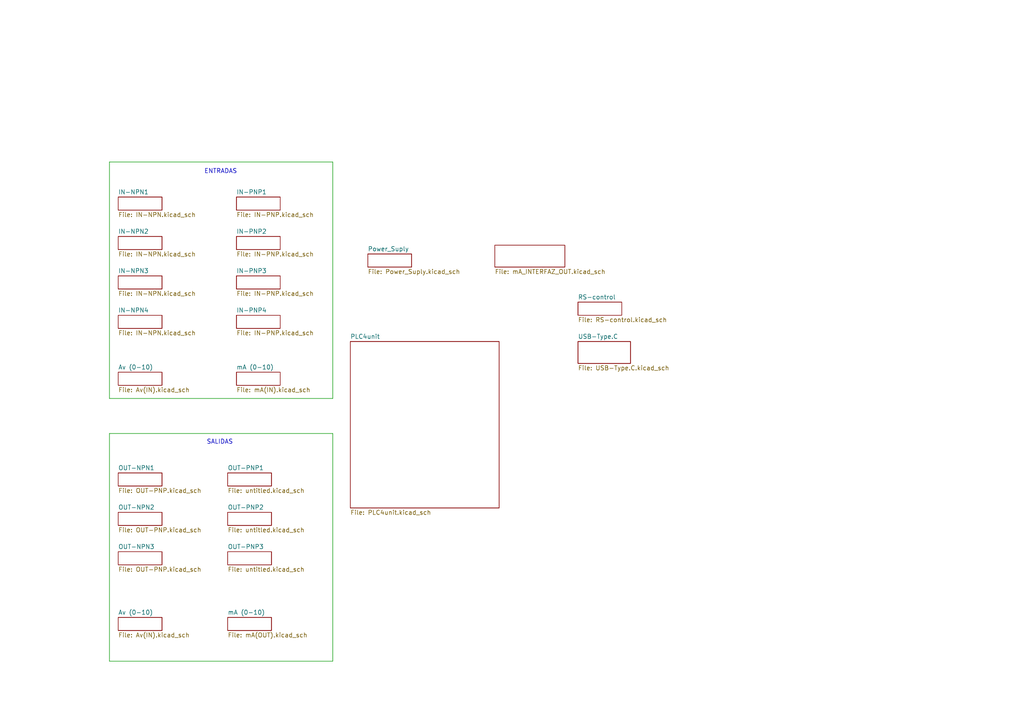
<source format=kicad_sch>
(kicad_sch
	(version 20250114)
	(generator "eeschema")
	(generator_version "9.0")
	(uuid "51ba3ded-ff5f-4081-8ec7-5485260143c5")
	(paper "A4")
	(lib_symbols)
	(text "SALIDAS"
		(exclude_from_sim no)
		(at 63.754 128.27 0)
		(effects
			(font
				(size 1.27 1.27)
			)
		)
		(uuid "21c3b9ea-8ee8-408e-b40e-bb6c5a6fceba")
	)
	(text "ENTRADAS"
		(exclude_from_sim no)
		(at 64.008 49.784 0)
		(effects
			(font
				(size 1.27 1.27)
			)
		)
		(uuid "459705ce-d02a-4ed4-8900-cd04e4adaab3")
	)
	(wire
		(pts
			(xy 96.52 191.77) (xy 96.52 125.73)
		)
		(stroke
			(width 0)
			(type default)
		)
		(uuid "0542d960-5476-4399-9bbc-ff20e2e873e9")
	)
	(wire
		(pts
			(xy 96.52 125.73) (xy 31.75 125.73)
		)
		(stroke
			(width 0)
			(type default)
		)
		(uuid "0eced3c1-e33a-4b9f-9599-84168dca8ddd")
	)
	(wire
		(pts
			(xy 31.75 125.73) (xy 31.75 191.77)
		)
		(stroke
			(width 0)
			(type default)
		)
		(uuid "56adfa93-5a87-4fa2-9f1b-f8e26b6f1b5d")
	)
	(wire
		(pts
			(xy 96.52 46.99) (xy 31.75 46.99)
		)
		(stroke
			(width 0)
			(type default)
		)
		(uuid "806e26c4-eab8-4593-9b21-1be552bbe491")
	)
	(wire
		(pts
			(xy 31.75 191.77) (xy 96.52 191.77)
		)
		(stroke
			(width 0)
			(type default)
		)
		(uuid "85138d81-8e01-4c47-b339-0c0f7baf7161")
	)
	(wire
		(pts
			(xy 31.75 115.57) (xy 96.52 115.57)
		)
		(stroke
			(width 0)
			(type default)
		)
		(uuid "96acd59b-c490-46f8-b491-9a352aaf5ec9")
	)
	(wire
		(pts
			(xy 96.52 115.57) (xy 96.52 46.99)
		)
		(stroke
			(width 0)
			(type default)
		)
		(uuid "a075a705-0b51-42f2-b7be-2efa9e853fd7")
	)
	(wire
		(pts
			(xy 31.75 46.99) (xy 31.75 115.57)
		)
		(stroke
			(width 0)
			(type default)
		)
		(uuid "dacf2d12-64a0-4a0a-8bc6-dd2ce3e134eb")
	)
	(sheet
		(at 68.58 68.58)
		(size 12.7 3.81)
		(exclude_from_sim no)
		(in_bom yes)
		(on_board yes)
		(dnp no)
		(fields_autoplaced yes)
		(stroke
			(width 0.1524)
			(type solid)
		)
		(fill
			(color 0 0 0 0.0000)
		)
		(uuid "072cf9b3-3c99-4936-8373-828e7d461e26")
		(property "Sheetname" "IN-PNP2"
			(at 68.58 67.8684 0)
			(effects
				(font
					(size 1.27 1.27)
				)
				(justify left bottom)
			)
		)
		(property "Sheetfile" "IN-PNP.kicad_sch"
			(at 68.58 72.9746 0)
			(effects
				(font
					(size 1.27 1.27)
				)
				(justify left top)
			)
		)
		(instances
			(project "(PLC4uni)"
				(path "/51ba3ded-ff5f-4081-8ec7-5485260143c5"
					(page "12")
				)
			)
		)
	)
	(sheet
		(at 167.64 99.06)
		(size 15.24 6.35)
		(exclude_from_sim no)
		(in_bom yes)
		(on_board yes)
		(dnp no)
		(fields_autoplaced yes)
		(stroke
			(width 0.1524)
			(type solid)
		)
		(fill
			(color 0 0 0 0.0000)
		)
		(uuid "07c18528-0a2a-4c64-8b11-af98c420cd9a")
		(property "Sheetname" "USB-Type.C"
			(at 167.64 98.3484 0)
			(effects
				(font
					(size 1.27 1.27)
				)
				(justify left bottom)
			)
		)
		(property "Sheetfile" "USB-Type.C.kicad_sch"
			(at 167.64 105.9946 0)
			(effects
				(font
					(size 1.27 1.27)
				)
				(justify left top)
			)
		)
		(instances
			(project "(PLC4uni)"
				(path "/51ba3ded-ff5f-4081-8ec7-5485260143c5"
					(page "4")
				)
			)
		)
	)
	(sheet
		(at 34.29 57.15)
		(size 12.7 3.81)
		(exclude_from_sim no)
		(in_bom yes)
		(on_board yes)
		(dnp no)
		(fields_autoplaced yes)
		(stroke
			(width 0.1524)
			(type solid)
		)
		(fill
			(color 0 0 0 0.0000)
		)
		(uuid "12b5e70a-e84c-4d33-b7ad-6371d6c9af8e")
		(property "Sheetname" "IN-NPN1"
			(at 34.29 56.4384 0)
			(effects
				(font
					(size 1.27 1.27)
				)
				(justify left bottom)
			)
		)
		(property "Sheetfile" "IN-NPN.kicad_sch"
			(at 34.29 61.5446 0)
			(effects
				(font
					(size 1.27 1.27)
				)
				(justify left top)
			)
		)
		(instances
			(project "(PLC4uni)"
				(path "/51ba3ded-ff5f-4081-8ec7-5485260143c5"
					(page "8")
				)
			)
		)
	)
	(sheet
		(at 167.64 87.63)
		(size 12.7 3.81)
		(exclude_from_sim no)
		(in_bom yes)
		(on_board yes)
		(dnp no)
		(fields_autoplaced yes)
		(stroke
			(width 0.1524)
			(type solid)
		)
		(fill
			(color 0 0 0 0.0000)
		)
		(uuid "28765f22-50c6-4d1f-a240-716917c80e9d")
		(property "Sheetname" "RS-control"
			(at 167.64 86.9184 0)
			(effects
				(font
					(size 1.27 1.27)
				)
				(justify left bottom)
			)
		)
		(property "Sheetfile" "RS-control.kicad_sch"
			(at 167.64 92.0246 0)
			(effects
				(font
					(size 1.27 1.27)
				)
				(justify left top)
			)
		)
		(instances
			(project "(PLC4uni)"
				(path "/51ba3ded-ff5f-4081-8ec7-5485260143c5"
					(page "5")
				)
			)
		)
	)
	(sheet
		(at 34.29 179.07)
		(size 12.7 3.81)
		(exclude_from_sim no)
		(in_bom yes)
		(on_board yes)
		(dnp no)
		(fields_autoplaced yes)
		(stroke
			(width 0.1524)
			(type solid)
		)
		(fill
			(color 0 0 0 0.0000)
		)
		(uuid "2a2f8680-bcd1-449d-9473-274db87076f5")
		(property "Sheetname" "Av (0-10)"
			(at 34.29 178.3584 0)
			(effects
				(font
					(size 1.27 1.27)
				)
				(justify left bottom)
			)
		)
		(property "Sheetfile" "Av(IN).kicad_sch"
			(at 34.29 183.4646 0)
			(effects
				(font
					(size 1.27 1.27)
				)
				(justify left top)
			)
		)
		(property "Field2" ""
			(at 34.29 179.07 0)
			(effects
				(font
					(size 1.27 1.27)
				)
			)
		)
		(instances
			(project "(PLC4uni)"
				(path "/51ba3ded-ff5f-4081-8ec7-5485260143c5"
					(page "22")
				)
			)
		)
	)
	(sheet
		(at 34.29 148.59)
		(size 12.7 3.81)
		(exclude_from_sim no)
		(in_bom yes)
		(on_board yes)
		(dnp no)
		(fields_autoplaced yes)
		(stroke
			(width 0.1524)
			(type solid)
		)
		(fill
			(color 0 0 0 0.0000)
		)
		(uuid "352107a3-788a-4395-b139-f09d6669172e")
		(property "Sheetname" "OUT-NPN2"
			(at 34.29 147.8784 0)
			(effects
				(font
					(size 1.27 1.27)
				)
				(justify left bottom)
			)
		)
		(property "Sheetfile" "OUT-PNP.kicad_sch"
			(at 34.29 152.9846 0)
			(effects
				(font
					(size 1.27 1.27)
				)
				(justify left top)
			)
		)
		(instances
			(project "(PLC4uni)"
				(path "/51ba3ded-ff5f-4081-8ec7-5485260143c5"
					(page "16")
				)
			)
		)
	)
	(sheet
		(at 68.58 80.01)
		(size 12.7 3.81)
		(exclude_from_sim no)
		(in_bom yes)
		(on_board yes)
		(dnp no)
		(fields_autoplaced yes)
		(stroke
			(width 0.1524)
			(type solid)
		)
		(fill
			(color 0 0 0 0.0000)
		)
		(uuid "4653de65-72ec-43ef-8c8a-73d3eb3110da")
		(property "Sheetname" "IN-PNP3"
			(at 68.58 79.2984 0)
			(effects
				(font
					(size 1.27 1.27)
				)
				(justify left bottom)
			)
		)
		(property "Sheetfile" "IN-PNP.kicad_sch"
			(at 68.58 84.4046 0)
			(effects
				(font
					(size 1.27 1.27)
				)
				(justify left top)
			)
		)
		(instances
			(project "(PLC4uni)"
				(path "/51ba3ded-ff5f-4081-8ec7-5485260143c5"
					(page "13")
				)
			)
		)
	)
	(sheet
		(at 143.51 71.12)
		(size 20.32 6.35)
		(exclude_from_sim no)
		(in_bom yes)
		(on_board yes)
		(dnp no)
		(fields_autoplaced yes)
		(stroke
			(width 0.1524)
			(type solid)
		)
		(fill
			(color 0 0 0 0.0000)
		)
		(uuid "5e4ad07c-7649-4e12-b9f1-7da171d9ca99")
		(property "Sheetname" "mA_INTERFAZ_OUT"
			(at 143.51 70.4084 0)
			(show_name yes)
			(effects
				(font
					(size 1.27 1.27)
				)
				(justify left bottom)
				(hide yes)
			)
		)
		(property "Sheetfile" "mA_INTERFAZ_OUT.kicad_sch"
			(at 143.51 78.0546 0)
			(effects
				(font
					(size 1.27 1.27)
				)
				(justify left top)
			)
		)
		(instances
			(project "(PLC4uni)"
				(path "/51ba3ded-ff5f-4081-8ec7-5485260143c5"
					(page "6")
				)
			)
		)
	)
	(sheet
		(at 68.58 107.95)
		(size 12.7 3.81)
		(exclude_from_sim no)
		(in_bom yes)
		(on_board yes)
		(dnp no)
		(fields_autoplaced yes)
		(stroke
			(width 0.1524)
			(type solid)
		)
		(fill
			(color 0 0 0 0.0000)
		)
		(uuid "62160837-0820-4334-a93c-28dc1f9b030c")
		(property "Sheetname" "mA (0-10)"
			(at 68.58 107.2384 0)
			(effects
				(font
					(size 1.27 1.27)
				)
				(justify left bottom)
			)
		)
		(property "Sheetfile" "mA(IN).kicad_sch"
			(at 68.58 112.3446 0)
			(effects
				(font
					(size 1.27 1.27)
				)
				(justify left top)
			)
		)
		(instances
			(project "(PLC4uni)"
				(path "/51ba3ded-ff5f-4081-8ec7-5485260143c5"
					(page "23")
				)
			)
		)
	)
	(sheet
		(at 66.04 137.16)
		(size 12.7 3.81)
		(exclude_from_sim no)
		(in_bom yes)
		(on_board yes)
		(dnp no)
		(fields_autoplaced yes)
		(stroke
			(width 0.1524)
			(type solid)
		)
		(fill
			(color 0 0 0 0.0000)
		)
		(uuid "7f3e7778-4f7a-4324-82a9-b8c56978d2c1")
		(property "Sheetname" "OUT-PNP1"
			(at 66.04 136.4484 0)
			(effects
				(font
					(size 1.27 1.27)
				)
				(justify left bottom)
			)
		)
		(property "Sheetfile" "untitled.kicad_sch"
			(at 66.04 141.5546 0)
			(effects
				(font
					(size 1.27 1.27)
				)
				(justify left top)
			)
		)
		(instances
			(project "(PLC4uni)"
				(path "/51ba3ded-ff5f-4081-8ec7-5485260143c5"
					(page "19")
				)
			)
		)
	)
	(sheet
		(at 34.29 91.44)
		(size 12.7 3.81)
		(exclude_from_sim no)
		(in_bom yes)
		(on_board yes)
		(dnp no)
		(fields_autoplaced yes)
		(stroke
			(width 0.1524)
			(type solid)
		)
		(fill
			(color 0 0 0 0.0000)
		)
		(uuid "85180c12-5991-48a4-a292-d798f0135db7")
		(property "Sheetname" "IN-NPN4"
			(at 34.29 90.7284 0)
			(effects
				(font
					(size 1.27 1.27)
				)
				(justify left bottom)
			)
		)
		(property "Sheetfile" "IN-NPN.kicad_sch"
			(at 34.29 95.8346 0)
			(effects
				(font
					(size 1.27 1.27)
				)
				(justify left top)
			)
		)
		(instances
			(project "(PLC4uni)"
				(path "/51ba3ded-ff5f-4081-8ec7-5485260143c5"
					(page "10")
				)
			)
		)
	)
	(sheet
		(at 68.58 57.15)
		(size 12.7 3.81)
		(exclude_from_sim no)
		(in_bom yes)
		(on_board yes)
		(dnp no)
		(fields_autoplaced yes)
		(stroke
			(width 0.1524)
			(type solid)
		)
		(fill
			(color 0 0 0 0.0000)
		)
		(uuid "8bc39bbd-03e0-4e20-bf8d-0464c3d4f341")
		(property "Sheetname" "IN-PNP1"
			(at 68.58 56.4384 0)
			(effects
				(font
					(size 1.27 1.27)
				)
				(justify left bottom)
			)
		)
		(property "Sheetfile" "IN-PNP.kicad_sch"
			(at 68.58 61.5446 0)
			(effects
				(font
					(size 1.27 1.27)
				)
				(justify left top)
			)
		)
		(instances
			(project "(PLC4uni)"
				(path "/51ba3ded-ff5f-4081-8ec7-5485260143c5"
					(page "11")
				)
			)
		)
	)
	(sheet
		(at 34.29 107.95)
		(size 12.7 3.81)
		(exclude_from_sim no)
		(in_bom yes)
		(on_board yes)
		(dnp no)
		(fields_autoplaced yes)
		(stroke
			(width 0.1524)
			(type solid)
		)
		(fill
			(color 0 0 0 0.0000)
		)
		(uuid "901f14ff-007b-4496-b456-fb07dd7c1be1")
		(property "Sheetname" "Av (0-10)"
			(at 34.29 107.2384 0)
			(effects
				(font
					(size 1.27 1.27)
				)
				(justify left bottom)
			)
		)
		(property "Sheetfile" "Av(IN).kicad_sch"
			(at 34.29 112.3446 0)
			(effects
				(font
					(size 1.27 1.27)
				)
				(justify left top)
			)
		)
		(instances
			(project "(PLC4uni)"
				(path "/51ba3ded-ff5f-4081-8ec7-5485260143c5"
					(page "18")
				)
			)
		)
	)
	(sheet
		(at 34.29 160.02)
		(size 12.7 3.81)
		(exclude_from_sim no)
		(in_bom yes)
		(on_board yes)
		(dnp no)
		(fields_autoplaced yes)
		(stroke
			(width 0.1524)
			(type solid)
		)
		(fill
			(color 0 0 0 0.0000)
		)
		(uuid "93855c8e-5fb5-4d89-8fbc-64b40cf91093")
		(property "Sheetname" "OUT-NPN3"
			(at 34.29 159.3084 0)
			(effects
				(font
					(size 1.27 1.27)
				)
				(justify left bottom)
			)
		)
		(property "Sheetfile" "OUT-PNP.kicad_sch"
			(at 34.29 164.4146 0)
			(effects
				(font
					(size 1.27 1.27)
				)
				(justify left top)
			)
		)
		(instances
			(project "(PLC4uni)"
				(path "/51ba3ded-ff5f-4081-8ec7-5485260143c5"
					(page "17")
				)
			)
		)
	)
	(sheet
		(at 34.29 137.16)
		(size 12.7 3.81)
		(exclude_from_sim no)
		(in_bom yes)
		(on_board yes)
		(dnp no)
		(fields_autoplaced yes)
		(stroke
			(width 0.1524)
			(type solid)
		)
		(fill
			(color 0 0 0 0.0000)
		)
		(uuid "9bd297c5-c44e-47f2-a9e6-8fa60a8f7833")
		(property "Sheetname" "OUT-NPN1"
			(at 34.29 136.4484 0)
			(effects
				(font
					(size 1.27 1.27)
				)
				(justify left bottom)
			)
		)
		(property "Sheetfile" "OUT-PNP.kicad_sch"
			(at 34.29 141.5546 0)
			(effects
				(font
					(size 1.27 1.27)
				)
				(justify left top)
			)
		)
		(instances
			(project "(PLC4uni)"
				(path "/51ba3ded-ff5f-4081-8ec7-5485260143c5"
					(page "15")
				)
			)
		)
	)
	(sheet
		(at 34.29 68.58)
		(size 12.7 3.81)
		(exclude_from_sim no)
		(in_bom yes)
		(on_board yes)
		(dnp no)
		(fields_autoplaced yes)
		(stroke
			(width 0.1524)
			(type solid)
		)
		(fill
			(color 0 0 0 0.0000)
		)
		(uuid "ace302a1-0a38-4ccb-8da9-8e3d6f13b1c4")
		(property "Sheetname" "IN-NPN2"
			(at 34.29 67.8684 0)
			(effects
				(font
					(size 1.27 1.27)
				)
				(justify left bottom)
			)
		)
		(property "Sheetfile" "IN-NPN.kicad_sch"
			(at 34.29 72.9746 0)
			(effects
				(font
					(size 1.27 1.27)
				)
				(justify left top)
			)
		)
		(instances
			(project "(PLC4uni)"
				(path "/51ba3ded-ff5f-4081-8ec7-5485260143c5"
					(page "7")
				)
			)
		)
	)
	(sheet
		(at 101.6 99.06)
		(size 43.18 48.26)
		(exclude_from_sim no)
		(in_bom yes)
		(on_board yes)
		(dnp no)
		(fields_autoplaced yes)
		(stroke
			(width 0.1524)
			(type solid)
		)
		(fill
			(color 0 0 0 0.0000)
		)
		(uuid "ad10cb54-e769-4b9f-be4c-3c69cda01218")
		(property "Sheetname" "PLC4unit"
			(at 101.6 98.3484 0)
			(effects
				(font
					(size 1.27 1.27)
				)
				(justify left bottom)
			)
		)
		(property "Sheetfile" "PLC4unit.kicad_sch"
			(at 101.6 147.9046 0)
			(effects
				(font
					(size 1.27 1.27)
				)
				(justify left top)
			)
		)
		(instances
			(project "(PLC4uni)"
				(path "/51ba3ded-ff5f-4081-8ec7-5485260143c5"
					(page "2")
				)
			)
		)
	)
	(sheet
		(at 66.04 148.59)
		(size 12.7 3.81)
		(exclude_from_sim no)
		(in_bom yes)
		(on_board yes)
		(dnp no)
		(fields_autoplaced yes)
		(stroke
			(width 0.1524)
			(type solid)
		)
		(fill
			(color 0 0 0 0.0000)
		)
		(uuid "b35304c7-7e91-4d10-a32e-ff6f197a8bf8")
		(property "Sheetname" "OUT-PNP2"
			(at 66.04 147.8784 0)
			(effects
				(font
					(size 1.27 1.27)
				)
				(justify left bottom)
			)
		)
		(property "Sheetfile" "untitled.kicad_sch"
			(at 66.04 152.9846 0)
			(effects
				(font
					(size 1.27 1.27)
				)
				(justify left top)
			)
		)
		(instances
			(project "(PLC4uni)"
				(path "/51ba3ded-ff5f-4081-8ec7-5485260143c5"
					(page "20")
				)
			)
		)
	)
	(sheet
		(at 68.58 91.44)
		(size 12.7 3.81)
		(exclude_from_sim no)
		(in_bom yes)
		(on_board yes)
		(dnp no)
		(fields_autoplaced yes)
		(stroke
			(width 0.1524)
			(type solid)
		)
		(fill
			(color 0 0 0 0.0000)
		)
		(uuid "d1978866-fc85-40e5-a58a-945be467e0ad")
		(property "Sheetname" "IN-PNP4"
			(at 68.58 90.7284 0)
			(effects
				(font
					(size 1.27 1.27)
				)
				(justify left bottom)
			)
		)
		(property "Sheetfile" "IN-PNP.kicad_sch"
			(at 68.58 95.8346 0)
			(effects
				(font
					(size 1.27 1.27)
				)
				(justify left top)
			)
		)
		(instances
			(project "(PLC4uni)"
				(path "/51ba3ded-ff5f-4081-8ec7-5485260143c5"
					(page "14")
				)
			)
		)
	)
	(sheet
		(at 34.29 80.01)
		(size 12.7 3.81)
		(exclude_from_sim no)
		(in_bom yes)
		(on_board yes)
		(dnp no)
		(fields_autoplaced yes)
		(stroke
			(width 0.1524)
			(type solid)
		)
		(fill
			(color 0 0 0 0.0000)
		)
		(uuid "e48f9344-61d3-4d1b-9c12-aa6ad54a715f")
		(property "Sheetname" "IN-NPN3"
			(at 34.29 79.2984 0)
			(effects
				(font
					(size 1.27 1.27)
				)
				(justify left bottom)
			)
		)
		(property "Sheetfile" "IN-NPN.kicad_sch"
			(at 34.29 84.4046 0)
			(effects
				(font
					(size 1.27 1.27)
				)
				(justify left top)
			)
		)
		(instances
			(project "(PLC4uni)"
				(path "/51ba3ded-ff5f-4081-8ec7-5485260143c5"
					(page "9")
				)
			)
		)
	)
	(sheet
		(at 66.04 160.02)
		(size 12.7 3.81)
		(exclude_from_sim no)
		(in_bom yes)
		(on_board yes)
		(dnp no)
		(fields_autoplaced yes)
		(stroke
			(width 0.1524)
			(type solid)
		)
		(fill
			(color 0 0 0 0.0000)
		)
		(uuid "e8cd44f4-f510-48f3-b9f9-eab7082c1ac8")
		(property "Sheetname" "OUT-PNP3"
			(at 66.04 159.3084 0)
			(effects
				(font
					(size 1.27 1.27)
				)
				(justify left bottom)
			)
		)
		(property "Sheetfile" "untitled.kicad_sch"
			(at 66.04 164.4146 0)
			(effects
				(font
					(size 1.27 1.27)
				)
				(justify left top)
			)
		)
		(instances
			(project "(PLC4uni)"
				(path "/51ba3ded-ff5f-4081-8ec7-5485260143c5"
					(page "21")
				)
			)
		)
	)
	(sheet
		(at 106.68 73.66)
		(size 12.7 3.81)
		(exclude_from_sim no)
		(in_bom yes)
		(on_board yes)
		(dnp no)
		(fields_autoplaced yes)
		(stroke
			(width 0.1524)
			(type solid)
		)
		(fill
			(color 0 0 0 0.0000)
		)
		(uuid "e9795cee-b463-4eec-991c-412eab39f1f9")
		(property "Sheetname" "Power_Suply"
			(at 106.68 72.9484 0)
			(effects
				(font
					(size 1.27 1.27)
				)
				(justify left bottom)
			)
		)
		(property "Sheetfile" "Power_Suply.kicad_sch"
			(at 106.68 78.0546 0)
			(effects
				(font
					(size 1.27 1.27)
				)
				(justify left top)
			)
		)
		(instances
			(project "(PLC4uni)"
				(path "/51ba3ded-ff5f-4081-8ec7-5485260143c5"
					(page "3")
				)
			)
		)
	)
	(sheet
		(at 66.04 179.07)
		(size 12.7 3.81)
		(exclude_from_sim no)
		(in_bom yes)
		(on_board yes)
		(dnp no)
		(fields_autoplaced yes)
		(stroke
			(width 0.1524)
			(type solid)
		)
		(fill
			(color 0 0 0 0.0000)
		)
		(uuid "ead6f1b3-ee4a-48a3-9047-3caa612e05a9")
		(property "Sheetname" "mA (0-10)"
			(at 66.04 178.3584 0)
			(effects
				(font
					(size 1.27 1.27)
				)
				(justify left bottom)
			)
		)
		(property "Sheetfile" "mA(OUT).kicad_sch"
			(at 66.04 183.4646 0)
			(effects
				(font
					(size 1.27 1.27)
				)
				(justify left top)
			)
		)
		(instances
			(project "(PLC4uni)"
				(path "/51ba3ded-ff5f-4081-8ec7-5485260143c5"
					(page "21")
				)
			)
		)
	)
	(sheet_instances
		(path "/"
			(page "1")
		)
	)
	(embedded_fonts no)
)

</source>
